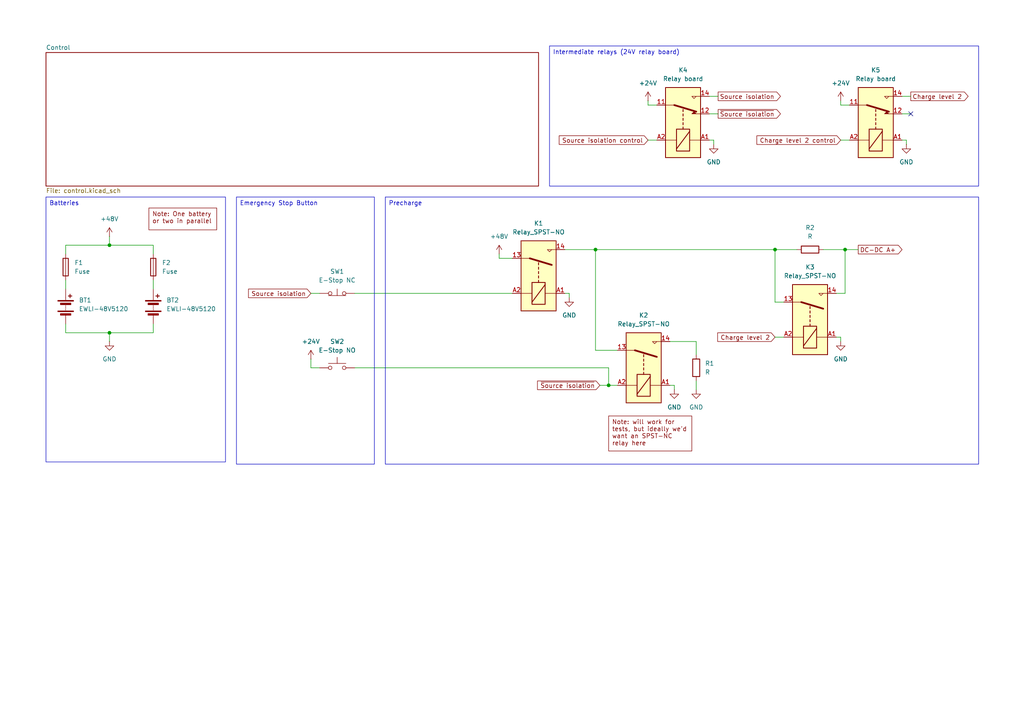
<source format=kicad_sch>
(kicad_sch (version 20231120) (generator "eeschema") (generator_version "8.0")
  (paper "A4")
  (title_block (title "Main Layout") (date "2024-11-06") (rev "v0.1.0"))
  (lib_symbols
    (symbol "Device:Battery" (pin_numbers hide) (pin_names (offset 0) hide)
      (property "Reference" "BT" (at 2.54 2.54 0))
      (property "Value" "Battery" (at 2.54 0 0))
      (symbol "Battery_0_1"
        (rectangle (start -2.286 -1.27) (end 2.286 -1.524) (fill (type outline)))
        (rectangle (start -2.286 1.778) (end 2.286 1.524) (fill (type outline)))
        (rectangle (start -1.524 -2.032) (end 1.524 -2.54) (fill (type outline)))
        (rectangle (start -1.524 1.016) (end 1.524 0.508) (fill (type outline)))
        (polyline (pts (xy 0 -1.016) (xy 0 -0.762)))
        (polyline (pts (xy 0 -0.508) (xy 0 -0.254)))
        (polyline (pts (xy 0 0) (xy 0 0.254)))
        (polyline (pts (xy 0 1.778) (xy 0 2.54)))
        (polyline (pts (xy 0.762 3.048) (xy 1.778 3.048)) (stroke (width 0.254)))
        (polyline (pts (xy 1.27 3.556) (xy 1.27 2.54)) (stroke (width 0.254)))
      )
      (symbol "Battery_1_1"
        (pin passive line (at 0 5.08 270) (length 2.54) (name "+") (number "1"))
        (pin passive line (at 0 -5.08 90) (length 2.54) (name "-") (number "2"))
      )
    )
    (symbol "Device:Fuse" (pin_numbers hide) (pin_names (offset 0))
      (property "Reference" "F" (at 2.032 0 90))
      (property "Value" "Fuse" (at -1.905 0 90))
      (symbol "Fuse_0_1"
        (rectangle (start -0.762 -2.54) (end 0.762 2.54) (stroke (width 0.254)))
        (polyline (pts (xy 0 2.54) (xy 0 -2.54)))
      )
      (symbol "Fuse_1_1"
        (pin passive line (at 0 3.81 270) (length 1.27) (name "~") (number "1"))
        (pin passive line (at 0 -3.81 90) (length 1.27) (name "~") (number "2"))
      )
    )
    (symbol "Device:R" (pin_numbers hide) (pin_names (offset 0))
      (property "Reference" "R" (at 2.032 0 90))
      (property "Value" "R" (at 0 0 90))
      (symbol "R_0_1"
        (rectangle (start -1.016 -2.54) (end 1.016 2.54) (stroke (width 0.254)))
      )
      (symbol "R_1_1"
        (pin passive line (at 0 3.81 270) (length 1.27) (name "~") (number "1"))
        (pin passive line (at 0 -3.81 90) (length 1.27) (name "~") (number "2"))
      )
    )
    (symbol "Relay:Relay_SPDT"
      (property "Reference" "K" (at 11.43 3.81 0))
      (property "Value" "Relay_SPDT" (at 11.43 1.27 0))
      (symbol "Relay_SPDT_0_0"
        (polyline (pts (xy 7.62 5.08) (xy 7.62 2.54) (xy 6.985 3.175) (xy 7.62 3.81)))
      )
      (symbol "Relay_SPDT_0_1"
        (rectangle (start -10.16 5.08) (end 10.16 -5.08) (stroke (width 0.254)) (fill (type background)))
        (rectangle (start -8.255 1.905) (end -1.905 -1.905) (stroke (width 0.254)))
        (polyline (pts (xy -7.62 -1.905) (xy -2.54 1.905)) (stroke (width 0.254)))
        (polyline (pts (xy -5.08 -5.08) (xy -5.08 -1.905)))
        (polyline (pts (xy -5.08 5.08) (xy -5.08 1.905)))
        (polyline (pts (xy -1.905 0) (xy -1.27 0)) (stroke (width 0.254)))
        (polyline (pts (xy -0.635 0) (xy 0 0)) (stroke (width 0.254)))
        (polyline (pts (xy 0.635 0) (xy 1.27 0)) (stroke (width 0.254)))
        (polyline (pts (xy 1.905 0) (xy 2.54 0)) (stroke (width 0.254)))
        (polyline (pts (xy 3.175 0) (xy 3.81 0)) (stroke (width 0.254)))
        (polyline (pts (xy 5.08 -2.54) (xy 3.175 3.81)) (stroke (width 0.508)))
        (polyline (pts (xy 5.08 -2.54) (xy 5.08 -5.08)))
        (polyline (pts (xy 2.54 5.08) (xy 2.54 2.54) (xy 3.175 3.175) (xy 2.54 3.81)) (fill (type outline)))
      )
      (symbol "Relay_SPDT_1_1"
        (pin passive line (at 5.08 -7.62 90) (length 2.54) (name "~") (number "11"))
        (pin passive line (at 2.54 7.62 270) (length 2.54) (name "~") (number "12"))
        (pin passive line (at 7.62 7.62 270) (length 2.54) (name "~") (number "14"))
        (pin passive line (at -5.08 7.62 270) (length 2.54) (name "~") (number "A1"))
        (pin passive line (at -5.08 -7.62 90) (length 2.54) (name "~") (number "A2"))
      )
    )
    (symbol "Relay:Relay_SPST-NO"
      (property "Reference" "K" (at 11.43 3.81 0))
      (property "Value" "Relay_SPST-NO" (at 11.43 1.27 0))
      (symbol "Relay_SPST-NO_0_0"
        (polyline (pts (xy 7.62 5.08) (xy 7.62 2.54) (xy 6.985 3.175) (xy 7.62 3.81)))
      )
      (symbol "Relay_SPST-NO_0_1"
        (rectangle (start -10.16 5.08) (end 10.16 -5.08) (stroke (width 0.254)) (fill (type background)))
        (rectangle (start -8.255 1.905) (end -1.905 -1.905) (stroke (width 0.254)))
        (polyline (pts (xy -7.62 -1.905) (xy -2.54 1.905)) (stroke (width 0.254)))
        (polyline (pts (xy -5.08 -5.08) (xy -5.08 -1.905)))
        (polyline (pts (xy -5.08 5.08) (xy -5.08 1.905)))
        (polyline (pts (xy -1.905 0) (xy -1.27 0)) (stroke (width 0.254)))
        (polyline (pts (xy -0.635 0) (xy 0 0)) (stroke (width 0.254)))
        (polyline (pts (xy 0.635 0) (xy 1.27 0)) (stroke (width 0.254)))
        (polyline (pts (xy 1.905 0) (xy 2.54 0)) (stroke (width 0.254)))
        (polyline (pts (xy 3.175 0) (xy 3.81 0)) (stroke (width 0.254)))
        (polyline (pts (xy 5.08 -2.54) (xy 3.175 3.81)) (stroke (width 0.508)))
        (polyline (pts (xy 5.08 -2.54) (xy 5.08 -5.08)))
      )
      (symbol "Relay_SPST-NO_1_1"
        (pin passive line (at 5.08 -7.62 90) (length 2.54) (name "~") (number "13"))
        (pin passive line (at 7.62 7.62 270) (length 2.54) (name "~") (number "14"))
        (pin passive line (at -5.08 7.62 270) (length 2.54) (name "~") (number "A1"))
        (pin passive line (at -5.08 -7.62 90) (length 2.54) (name "~") (number "A2"))
      )
    )
    (symbol "Switch:SW_Push" (pin_numbers hide) (pin_names (offset 1.016) hide)
      (property "Reference" "SW" (at 1.27 2.54 0))
      (property "Value" "SW_Push" (at 0 -1.524 0))
      (symbol "SW_Push_0_1"
        (circle (center -2.032 0) (radius 0.508))
        (polyline (pts (xy 0 1.27) (xy 0 3.048)))
        (polyline (pts (xy 2.54 1.27) (xy -2.54 1.27)))
        (circle (center 2.032 0) (radius 0.508))
        (pin passive line (at -5.08 0 0) (length 2.54) (name "1") (number "1"))
        (pin passive line (at 5.08 0 180) (length 2.54) (name "2") (number "2"))
      )
    )
    (symbol "Switch:SW_Push_Open" (pin_numbers hide) (pin_names (offset 1.016) hide)
      (property "Reference" "SW" (at 0 2.54 0))
      (property "Value" "SW_Push_Open" (at 0 -1.905 0))
      (symbol "SW_Push_Open_0_1"
        (circle (center -2.032 0) (radius 0.508))
        (polyline (pts (xy -2.54 -0.635) (xy 2.54 -0.635)))
        (polyline (pts (xy 0 -0.635) (xy 0 1.27)))
        (circle (center 2.032 0) (radius 0.508))
        (pin passive line (at -5.08 0 0) (length 2.54) (name "A") (number "1"))
      )
      (symbol "SW_Push_Open_1_1"
        (pin passive line (at 5.08 0 180) (length 2.54) (name "B") (number "2"))
      )
    )
    (symbol "power:+24V" (power) (pin_numbers hide) (pin_names (offset 0) hide)
      (property "Value" "+24V" (at 0 3.556 0))
      (symbol "+24V_0_1"
        (polyline (pts (xy -0.762 1.27) (xy 0 2.54)))
        (polyline (pts (xy 0 0) (xy 0 2.54)))
        (polyline (pts (xy 0 2.54) (xy 0.762 1.27)))
      )
      (symbol "+24V_1_1"
        (pin power_in line (at 0 0 90) (length 0) (name "~") (number "1"))
      )
    )
    (symbol "power:+48V" (power) (pin_numbers hide) (pin_names (offset 0) hide)
      (property "Value" "+48V" (at 0 3.556 0))
      (symbol "+48V_0_1"
        (polyline (pts (xy -0.762 1.27) (xy 0 2.54)))
        (polyline (pts (xy 0 0) (xy 0 2.54)))
        (polyline (pts (xy 0 2.54) (xy 0.762 1.27)))
      )
      (symbol "+48V_1_1"
        (pin power_in line (at 0 0 90) (length 0) (name "~") (number "1"))
      )
    )
    (symbol "power:GND" (power) (pin_numbers hide) (pin_names (offset 0) hide)
      (property "Value" "GND" (at 0 -3.81 0))
      (symbol "GND_0_1"
        (polyline (pts (xy 0 0) (xy 0 -1.27) (xy 1.27 -1.27) (xy 0 -2.54) (xy -1.27 -1.27) (xy 0 -1.27)))
      )
      (symbol "GND_1_1"
        (pin power_in line (at 0 0 270) (length 0) (name "~") (number "1"))
      )
    )
  )
  (junction (at 172.72 72.39))
  (junction (at 245.11 72.39))
  (junction (at 176.53 111.76))
  (junction (at 31.75 96.52))
  (junction (at 224.79 72.39))
  (junction (at 31.75 71.12))
  (no_connect (at 264.16 33.02))
  (wire (pts (xy 19.05 73.66) (xy 19.05 71.12)))
  (wire (pts (xy 245.11 72.39) (xy 248.92 72.39)))
  (wire (pts (xy 92.71 106.68) (xy 90.17 106.68)))
  (wire (pts (xy 201.93 99.06) (xy 201.93 102.87)))
  (wire (pts (xy 31.75 68.58) (xy 31.75 71.12)))
  (wire (pts (xy 194.31 111.76) (xy 195.58 111.76)))
  (wire (pts (xy 205.74 33.02) (xy 208.28 33.02)))
  (wire (pts (xy 102.87 85.09) (xy 148.59 85.09)))
  (wire (pts (xy 163.83 72.39) (xy 172.72 72.39)))
  (wire (pts (xy 44.45 81.28) (xy 44.45 83.82)))
  (wire (pts (xy 144.78 74.93) (xy 144.78 73.66)))
  (wire (pts (xy 190.5 30.48) (xy 187.96 30.48)))
  (wire (pts (xy 90.17 104.14) (xy 90.17 106.68)))
  (wire (pts (xy 243.84 30.48) (xy 246.38 30.48)))
  (wire (pts (xy 243.84 97.79) (xy 243.84 99.06)))
  (wire (pts (xy 195.58 111.76) (xy 195.58 113.03)))
  (wire (pts (xy 176.53 111.76) (xy 179.07 111.76)))
  (wire (pts (xy 19.05 93.98) (xy 19.05 96.52)))
  (wire (pts (xy 243.84 40.64) (xy 246.38 40.64)))
  (wire (pts (xy 261.62 40.64) (xy 262.89 40.64)))
  (wire (pts (xy 238.76 72.39) (xy 245.11 72.39)))
  (wire (pts (xy 262.89 40.64) (xy 262.89 41.91)))
  (wire (pts (xy 242.57 85.09) (xy 245.11 85.09)))
  (wire (pts (xy 44.45 71.12) (xy 44.45 73.66)))
  (wire (pts (xy 187.96 30.48) (xy 187.96 29.21)))
  (wire (pts (xy 148.59 74.93) (xy 144.78 74.93)))
  (wire (pts (xy 224.79 97.79) (xy 227.33 97.79)))
  (wire (pts (xy 165.1 85.09) (xy 163.83 85.09)))
  (wire (pts (xy 245.11 72.39) (xy 245.11 85.09)))
  (wire (pts (xy 176.53 106.68) (xy 176.53 111.76)))
  (wire (pts (xy 224.79 72.39) (xy 231.14 72.39)))
  (wire (pts (xy 172.72 72.39) (xy 224.79 72.39)))
  (wire (pts (xy 187.96 40.64) (xy 190.5 40.64)))
  (wire (pts (xy 31.75 96.52) (xy 31.75 99.06)))
  (wire (pts (xy 261.62 27.94) (xy 264.16 27.94)))
  (wire (pts (xy 19.05 83.82) (xy 19.05 81.28)))
  (wire (pts (xy 194.31 99.06) (xy 201.93 99.06)))
  (wire (pts (xy 205.74 27.94) (xy 208.28 27.94)))
  (wire (pts (xy 90.17 85.09) (xy 92.71 85.09)))
  (wire (pts (xy 19.05 71.12) (xy 31.75 71.12)))
  (wire (pts (xy 179.07 101.6) (xy 172.72 101.6)))
  (wire (pts (xy 201.93 110.49) (xy 201.93 113.03)))
  (wire (pts (xy 243.84 30.48) (xy 243.84 29.21)))
  (wire (pts (xy 207.01 40.64) (xy 207.01 41.91)))
  (wire (pts (xy 205.74 40.64) (xy 207.01 40.64)))
  (wire (pts (xy 261.62 33.02) (xy 264.16 33.02)))
  (wire (pts (xy 44.45 96.52) (xy 44.45 93.98)))
  (wire (pts (xy 19.05 96.52) (xy 31.75 96.52)))
  (wire (pts (xy 242.57 97.79) (xy 243.84 97.79)))
  (wire (pts (xy 173.99 111.76) (xy 176.53 111.76)))
  (wire (pts (xy 224.79 72.39) (xy 224.79 87.63)))
  (wire (pts (xy 172.72 72.39) (xy 172.72 101.6)))
  (wire (pts (xy 165.1 85.09) (xy 165.1 86.36)))
  (wire (pts (xy 224.79 87.63) (xy 227.33 87.63)))
  (wire (pts (xy 31.75 96.52) (xy 44.45 96.52)))
  (wire (pts (xy 31.75 71.12) (xy 44.45 71.12)))
  (wire (pts (xy 102.87 106.68) (xy 176.53 106.68)))
  (text_box "Note: One battery or two in parallel" (at 43.18 60.325 0) (size 19.685 6.35) (stroke (width 0) (color 132 0 0 1)) (effects (font (size 1.27 1.27)) (justify left top)))
  (text_box "Batteries" (at 13.335 57.15 0) (size 52.07 76.835) (effects (font (size 1.27 1.27)) (justify left top)))
  (text_box "Intermediate relays (24V relay board)" (at 159.385 13.335 0) (size 124.46 40.64) (effects (font (size 1.27 1.27)) (justify left top)))
  (text_box "Precharge" (at 111.76 57.15 0) (size 172.085 77.47) (effects (font (size 1.27 1.27)) (justify left top)))
  (text_box "Note: will work for tests, but ideally we'd want an SPST-NC relay here" (at 176.53 120.65 0) (size 24.13 10.16) (stroke (width 0) (color 132 0 0 1)) (effects (font (size 1.27 1.27)) (justify left top)))
  (text_box "Emergency Stop Button" (at 68.58 57.15 0) (size 40.005 77.47) (effects (font (size 1.27 1.27)) (justify left top)))
  (global_label "Source isolation" (shape output) (at 208.28 27.94 0) (property "Intersheetrefs" "${INTERSHEET_REFS}" (effects (hide yes))))
  (global_label "Source isolation" (shape input) (at 90.17 85.09 180) (property "Intersheetrefs" "${INTERSHEET_REFS}" (effects (hide yes))))
  (global_label "Charge level 2 control" (shape input) (at 243.84 40.64 180) (property "Intersheetrefs" "${INTERSHEET_REFS}" (effects (hide yes))))
  (global_label "DC-DC A+" (shape output) (at 248.92 72.39 0) (property "Intersheetrefs" "${INTERSHEET_REFS}" (effects (hide yes))))
  (global_label "Charge level 2" (shape output) (at 264.16 27.94 0) (property "Intersheetrefs" "${INTERSHEET_REFS}" (effects (hide yes))))
  (global_label "~{Source isolation}" (shape output) (at 208.28 33.02 0) (property "Intersheetrefs" "${INTERSHEET_REFS}" (effects (hide yes))))
  (global_label "~{Source isolation}" (shape input) (at 173.99 111.76 180) (property "Intersheetrefs" "${INTERSHEET_REFS}" (effects (hide yes))))
  (global_label "Charge level 2" (shape input) (at 224.79 97.79 180) (property "Intersheetrefs" "${INTERSHEET_REFS}" (effects (hide yes))))
  (global_label "Source isolation control" (shape input) (at 187.96 40.64 180) (property "Intersheetrefs" "${INTERSHEET_REFS}" (effects (hide yes))))
  (symbol (lib_id "Device:R") (at 201.93 106.68 180) (unit 1)
    (property "Reference" "R1" (at 204.47 105.4099 0) (effects (justify right)))
    (property "Value" "R" (at 204.47 107.9499 0) (effects (justify right)))
    (property "Description" "Resistor" (effects (hide yes)))
  )
  (symbol (lib_id "power:+48V") (at 144.78 73.66 0) (unit 1)
    (property "Reference" "#PWR09" (effects (hide yes)))
    (property "Value" "+48V" (at 144.78 68.58 0))
    (property "Description" "Power symbol creates a global label with name \"+48V\"" (effects (hide yes)))
  )
  (symbol (lib_id "Relay:Relay_SPST-NO") (at 234.95 92.71 270) (mirror x) (unit 1)
    (property "Reference" "K3" (at 234.95 77.47 90))
    (property "Value" "Relay_SPST-NO" (at 234.95 80.01 90))
    (property "Description" "Relay SPST, normally open, EN50005" (effects (hide yes)))
  )
  (symbol (lib_id "power:GND") (at 165.1 86.36 0) (unit 1)
    (property "Reference" "#PWR07" (effects (hide yes)))
    (property "Value" "GND" (at 165.1 91.44 0))
    (property "Description" "Power symbol creates a global label with name \"GND\" , ground" (effects (hide yes)))
  )
  (symbol (lib_id "power:+24V") (at 243.84 29.21 0) (unit 1)
    (property "Reference" "#PWR011" (effects (hide yes)))
    (property "Value" "+24V" (at 243.84 24.13 0))
    (property "Description" "Power symbol creates a global label with name \"+24V\"" (effects (hide yes)))
  )
  (symbol (lib_id "power:GND") (at 31.75 99.06 0) (unit 1)
    (property "Reference" "#PWR03" (effects (hide yes)))
    (property "Value" "GND" (at 31.75 104.14 0))
    (property "Description" "Power symbol creates a global label with name \"GND\" , ground" (effects (hide yes)))
  )
  (symbol (lib_id "power:+48V") (at 31.75 68.58 0) (unit 1)
    (property "Reference" "#PWR04" (effects (hide yes)))
    (property "Value" "+48V" (at 31.75 63.5 0))
    (property "Description" "Power symbol creates a global label with name \"+48V\"" (effects (hide yes)))
  )
  (symbol (lib_id "Relay:Relay_SPDT") (at 198.12 35.56 270) (mirror x) (unit 1)
    (property "Reference" "K4" (at 198.12 20.32 90))
    (property "Value" "Relay board" (at 198.12 22.86 90))
    (property "Description" "Relay SPDT, monostable, EN50005" (effects (hide yes)))
  )
  (symbol (lib_id "power:+24V") (at 187.96 29.21 0) (unit 1)
    (property "Reference" "#PWR01" (effects (hide yes)))
    (property "Value" "+24V" (at 187.96 24.13 0))
    (property "Description" "Power symbol creates a global label with name \"+24V\"" (effects (hide yes)))
  )
  (symbol (lib_id "power:GND") (at 243.84 99.06 0) (unit 1)
    (property "Reference" "#PWR08" (effects (hide yes)))
    (property "Value" "GND" (at 243.84 104.14 0))
    (property "Description" "Power symbol creates a global label with name \"GND\" , ground" (effects (hide yes)))
  )
  (symbol (lib_id "Device:Battery") (at 19.05 88.9 0) (unit 1)
    (property "Reference" "BT1" (at 22.86 87.0584 0) (effects (justify left)))
    (property "Value" "EWLI-48V5120" (at 22.86 89.5984 0) (effects (justify left)))
    (property "Description" "Multiple-cell battery" (effects (hide yes)))
  )
  (symbol (lib_id "power:+24V") (at 90.17 104.14 0) (unit 1)
    (property "Reference" "#PWR012" (effects (hide yes)))
    (property "Value" "+24V" (at 90.17 99.06 0))
    (property "Description" "Power symbol creates a global label with name \"+24V\"" (effects (hide yes)))
  )
  (symbol (lib_id "Relay:Relay_SPDT") (at 254 35.56 270) (mirror x) (unit 1)
    (property "Reference" "K5" (at 254 20.32 90))
    (property "Value" "Relay board" (at 254 22.86 90))
    (property "Description" "Relay SPDT, monostable, EN50005" (effects (hide yes)))
  )
  (symbol (lib_id "power:GND") (at 201.93 113.03 0) (unit 1)
    (property "Reference" "#PWR06" (effects (hide yes)))
    (property "Value" "GND" (at 201.93 118.11 0))
    (property "Description" "Power symbol creates a global label with name \"GND\" , ground" (effects (hide yes)))
  )
  (symbol (lib_id "power:GND") (at 207.01 41.91 0) (unit 1)
    (property "Reference" "#PWR02" (effects (hide yes)))
    (property "Value" "GND" (at 207.01 46.99 0))
    (property "Description" "Power symbol creates a global label with name \"GND\" , ground" (effects (hide yes)))
  )
  (symbol (lib_id "Relay:Relay_SPST-NO") (at 186.69 106.68 270) (mirror x) (unit 1)
    (property "Reference" "K2" (at 186.69 91.44 90))
    (property "Value" "Relay_SPST-NO" (at 186.69 93.98 90))
    (property "Description" "Relay SPST, normally open, EN50005" (effects (hide yes)))
  )
  (symbol (lib_id "power:GND") (at 195.58 113.03 0) (unit 1)
    (property "Reference" "#PWR05" (effects (hide yes)))
    (property "Value" "GND" (at 195.58 118.11 0))
    (property "Description" "Power symbol creates a global label with name \"GND\" , ground" (effects (hide yes)))
  )
  (symbol (lib_id "Device:Fuse") (at 19.05 77.47 0) (unit 1)
    (property "Reference" "F1" (at 21.59 76.1999 0) (effects (justify left)))
    (property "Value" "Fuse" (at 21.59 78.7399 0) (effects (justify left)))
    (property "Description" "Fuse" (effects (hide yes)))
  )
  (symbol (lib_id "Relay:Relay_SPST-NO") (at 156.21 80.01 270) (mirror x) (unit 1)
    (property "Reference" "K1" (at 156.21 64.77 90))
    (property "Value" "Relay_SPST-NO" (at 156.21 67.31 90))
    (property "Description" "Relay SPST, normally open, EN50005" (effects (hide yes)))
  )
  (symbol (lib_id "Switch:SW_Push") (at 97.79 106.68 0) (unit 1)
    (property "Reference" "SW2" (at 97.79 99.06 0))
    (property "Value" "E-Stop NO" (at 97.79 101.6 0))
    (property "Description" "Push button switch, generic, two pins" (effects (hide yes)))
  )
  (symbol (lib_id "Device:R") (at 234.95 72.39 90) (unit 1)
    (property "Reference" "R2" (at 234.95 66.04 90))
    (property "Value" "R" (at 234.95 68.58 90))
    (property "Description" "Resistor" (effects (hide yes)))
  )
  (symbol (lib_id "Device:Battery") (at 44.45 88.9 0) (unit 1)
    (property "Reference" "BT2" (at 48.26 87.0584 0) (effects (justify left)))
    (property "Value" "EWLI-48V5120" (at 48.26 89.5984 0) (effects (justify left)))
    (property "Description" "Multiple-cell battery" (effects (hide yes)))
  )
  (symbol (lib_id "power:GND") (at 262.89 41.91 0) (unit 1)
    (property "Reference" "#PWR010" (effects (hide yes)))
    (property "Value" "GND" (at 262.89 46.99 0))
    (property "Description" "Power symbol creates a global label with name \"GND\" , ground" (effects (hide yes)))
  )
  (symbol (lib_id "Device:Fuse") (at 44.45 77.47 0) (unit 1)
    (property "Reference" "F2" (at 46.99 76.1999 0) (effects (justify left)))
    (property "Value" "Fuse" (at 46.99 78.7399 0) (effects (justify left)))
    (property "Description" "Fuse" (effects (hide yes)))
  )
  (symbol (lib_id "Switch:SW_Push_Open") (at 97.79 85.09 0) (unit 1)
    (property "Reference" "SW1" (at 97.79 78.74 0))
    (property "Value" "E-Stop NC" (at 97.79 81.28 0))
    (property "Description" "Push button switch, push-to-open, generic, two pins" (effects (hide yes)))
  )
  (sheet (at 13.335 15.24) (size 142.875 38.735) (stroke (width 0.1524))
    (property "Sheetname" "Control" (at 13.335 14.5284 0) (effects (justify left bottom)))
    (property "Sheetfile" "control.kicad_sch" (at 13.335 54.5596 0) (effects (justify left top)))
  )
)
</source>
